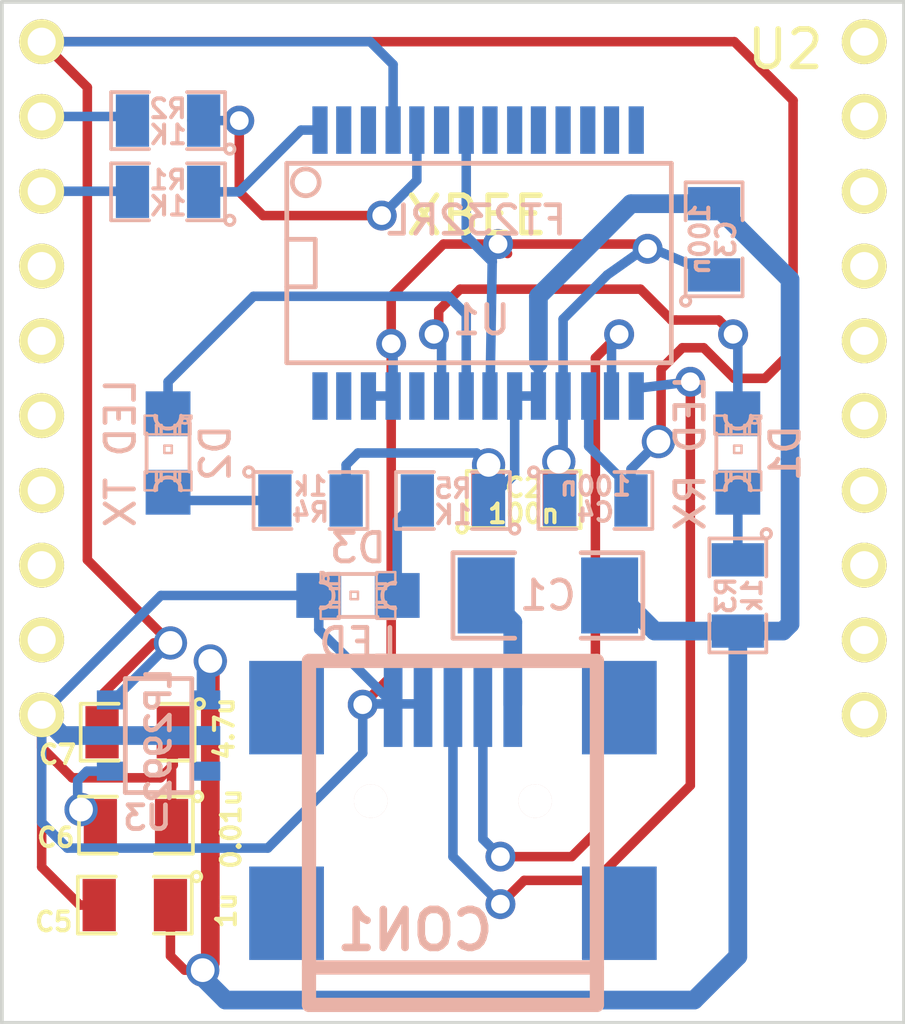
<source format=kicad_pcb>
(kicad_pcb (version 3) (host pcbnew "(25-Oct-2014 BZR 4029)-stable")

  (general
    (links 43)
    (no_connects 1)
    (area 110.439999 45.034999 134.670001 73.310044)
    (thickness 1.6)
    (drawings 4)
    (tracks 196)
    (zones 0)
    (modules 19)
    (nets 17)
  )

  (page A4)
  (layers
    (15 F.Cu signal)
    (0 B.Cu signal)
    (16 B.Adhes user)
    (17 F.Adhes user)
    (18 B.Paste user)
    (19 F.Paste user)
    (20 B.SilkS user)
    (21 F.SilkS user)
    (22 B.Mask user)
    (23 F.Mask user)
    (24 Dwgs.User user)
    (25 Cmts.User user)
    (26 Eco1.User user)
    (27 Eco2.User user)
    (28 Edge.Cuts user)
  )

  (setup
    (last_trace_width 0.254)
    (user_trace_width 0.5)
    (trace_clearance 0.254)
    (zone_clearance 0.508)
    (zone_45_only no)
    (trace_min 0.254)
    (segment_width 0.2)
    (edge_width 0.1)
    (via_size 0.889)
    (via_drill 0.635)
    (via_min_size 0.889)
    (via_min_drill 0.508)
    (user_via 0.8 0.5)
    (uvia_size 0.508)
    (uvia_drill 0.127)
    (uvias_allowed no)
    (uvia_min_size 0.508)
    (uvia_min_drill 0.127)
    (pcb_text_width 0.3)
    (pcb_text_size 1.5 1.5)
    (mod_edge_width 0.15)
    (mod_text_size 1 1)
    (mod_text_width 0.15)
    (pad_size 1.5 1.5)
    (pad_drill 0.6)
    (pad_to_mask_clearance 0)
    (aux_axis_origin 0 0)
    (visible_elements 7FFFFFFF)
    (pcbplotparams
      (layerselection 536838145)
      (usegerberextensions true)
      (excludeedgelayer true)
      (linewidth 0.150000)
      (plotframeref false)
      (viasonmask false)
      (mode 1)
      (useauxorigin false)
      (hpglpennumber 1)
      (hpglpenspeed 20)
      (hpglpendiameter 15)
      (hpglpenoverlay 2)
      (psnegative false)
      (psa4output false)
      (plotreference true)
      (plotvalue true)
      (plotothertext true)
      (plotinvisibletext false)
      (padsonsilk false)
      (subtractmaskfromsilk false)
      (outputformat 1)
      (mirror false)
      (drillshape 0)
      (scaleselection 1)
      (outputdirectory pcb/))
  )

  (net 0 "")
  (net 1 GND)
  (net 2 N-0000013)
  (net 3 N-0000029)
  (net 4 N-0000035)
  (net 5 N-0000037)
  (net 6 N-0000038)
  (net 7 N-0000039)
  (net 8 N-0000040)
  (net 9 N-0000041)
  (net 10 N-0000042)
  (net 11 N-0000043)
  (net 12 N-0000044)
  (net 13 N-0000045)
  (net 14 N-0000046)
  (net 15 N-0000048)
  (net 16 VCC)

  (net_class Default "This is the default net class."
    (clearance 0.254)
    (trace_width 0.254)
    (via_dia 0.889)
    (via_drill 0.635)
    (uvia_dia 0.508)
    (uvia_drill 0.127)
    (add_net "")
    (add_net GND)
    (add_net N-0000013)
    (add_net N-0000029)
    (add_net N-0000035)
    (add_net N-0000037)
    (add_net N-0000038)
    (add_net N-0000039)
    (add_net N-0000040)
    (add_net N-0000041)
    (add_net N-0000042)
    (add_net N-0000043)
    (add_net N-0000044)
    (add_net N-0000045)
    (add_net N-0000046)
    (add_net N-0000048)
    (add_net VCC)
  )

  (module SSOP28 (layer B.Cu) (tedit 3D81AA31) (tstamp 55541025)
    (at 123.19 52.07)
    (descr "SSOP 28 pins")
    (tags "CMS SSOP SMD")
    (path /5554020D)
    (attr smd)
    (fp_text reference U1 (at 0.127 1.524) (layer B.SilkS)
      (effects (font (size 0.762 0.762) (thickness 0.127)) (justify mirror))
    )
    (fp_text value FT232RL (at 0 -1.143) (layer B.SilkS)
      (effects (font (size 0.762 0.762) (thickness 0.127)) (justify mirror))
    )
    (fp_circle (center -4.572 -2.159) (end -4.826 -1.905) (layer B.SilkS) (width 0.127))
    (fp_line (start -5.08 0.635) (end -4.318 0.635) (layer B.SilkS) (width 0.127))
    (fp_line (start -4.318 0.635) (end -4.318 -0.635) (layer B.SilkS) (width 0.127))
    (fp_line (start -4.318 -0.635) (end -5.08 -0.635) (layer B.SilkS) (width 0.127))
    (fp_line (start 5.207 -2.667) (end -5.08 -2.667) (layer B.SilkS) (width 0.127))
    (fp_line (start -5.08 2.667) (end 5.207 2.667) (layer B.SilkS) (width 0.127))
    (fp_line (start -5.08 2.667) (end -5.08 -2.667) (layer B.SilkS) (width 0.127))
    (fp_line (start 5.207 2.667) (end 5.207 -2.667) (layer B.SilkS) (width 0.127))
    (pad 1 smd rect (at -4.191 -3.556) (size 0.4064 1.27)
      (layers B.Cu B.Paste B.Mask)
      (net 15 N-0000048)
    )
    (pad 2 smd rect (at -3.556 -3.556) (size 0.4064 1.27)
      (layers B.Cu B.Paste B.Mask)
    )
    (pad 3 smd rect (at -2.8956 -3.556) (size 0.4064 1.27)
      (layers B.Cu B.Paste B.Mask)
    )
    (pad 4 smd rect (at -2.2352 -3.556) (size 0.4064 1.27)
      (layers B.Cu B.Paste B.Mask)
      (net 14 N-0000046)
    )
    (pad 5 smd rect (at -1.6002 -3.556) (size 0.4064 1.27)
      (layers B.Cu B.Paste B.Mask)
      (net 8 N-0000040)
    )
    (pad 6 smd rect (at -0.9398 -3.556) (size 0.4064 1.27)
      (layers B.Cu B.Paste B.Mask)
    )
    (pad 7 smd rect (at -0.2794 -3.556) (size 0.4064 1.27)
      (layers B.Cu B.Paste B.Mask)
      (net 1 GND)
    )
    (pad 8 smd rect (at 0.3556 -3.556) (size 0.4064 1.27)
      (layers B.Cu B.Paste B.Mask)
    )
    (pad 9 smd rect (at 1.016 -3.556) (size 0.4064 1.27)
      (layers B.Cu B.Paste B.Mask)
    )
    (pad 10 smd rect (at 1.651 -3.556) (size 0.4064 1.27)
      (layers B.Cu B.Paste B.Mask)
    )
    (pad 11 smd rect (at 2.3114 -3.556) (size 0.4064 1.27)
      (layers B.Cu B.Paste B.Mask)
    )
    (pad 12 smd rect (at 2.9718 -3.556) (size 0.4064 1.27)
      (layers B.Cu B.Paste B.Mask)
    )
    (pad 13 smd rect (at 3.6068 -3.556) (size 0.4064 1.27)
      (layers B.Cu B.Paste B.Mask)
    )
    (pad 14 smd rect (at 4.2672 -3.556) (size 0.4064 1.27)
      (layers B.Cu B.Paste B.Mask)
    )
    (pad 15 smd rect (at 4.2672 3.556) (size 0.4064 1.27)
      (layers B.Cu B.Paste B.Mask)
      (net 5 N-0000037)
    )
    (pad 16 smd rect (at 3.6068 3.556) (size 0.4064 1.27)
      (layers B.Cu B.Paste B.Mask)
      (net 7 N-0000039)
    )
    (pad 17 smd rect (at 2.9972 3.556) (size 0.4064 1.27)
      (layers B.Cu B.Paste B.Mask)
      (net 14 N-0000046)
    )
    (pad 18 smd rect (at 2.3114 3.556) (size 0.4064 1.27)
      (layers B.Cu B.Paste B.Mask)
      (net 1 GND)
    )
    (pad 19 smd rect (at 1.651 3.556) (size 0.4064 1.27)
      (layers B.Cu B.Paste B.Mask)
      (net 16 VCC)
    )
    (pad 20 smd rect (at 1.016 3.556) (size 0.4064 1.27)
      (layers B.Cu B.Paste B.Mask)
      (net 16 VCC)
    )
    (pad 21 smd rect (at 0.3556 3.556) (size 0.4064 1.27)
      (layers B.Cu B.Paste B.Mask)
      (net 1 GND)
    )
    (pad 22 smd rect (at -0.2794 3.556) (size 0.4064 1.27)
      (layers B.Cu B.Paste B.Mask)
      (net 9 N-0000041)
    )
    (pad 23 smd rect (at -0.9398 3.556) (size 0.4064 1.27)
      (layers B.Cu B.Paste B.Mask)
      (net 11 N-0000043)
    )
    (pad 24 smd rect (at -1.6002 3.556) (size 0.4064 1.27)
      (layers B.Cu B.Paste B.Mask)
    )
    (pad 25 smd rect (at -2.2352 3.556) (size 0.4064 1.27)
      (layers B.Cu B.Paste B.Mask)
      (net 1 GND)
    )
    (pad 26 smd rect (at -2.8956 3.556) (size 0.4064 1.27)
      (layers B.Cu B.Paste B.Mask)
      (net 1 GND)
    )
    (pad 27 smd rect (at -3.556 3.556) (size 0.4064 1.27)
      (layers B.Cu B.Paste B.Mask)
    )
    (pad 28 smd rect (at -4.191 3.556) (size 0.4064 1.27)
      (layers B.Cu B.Paste B.Mask)
    )
    (model smd/cms_soj28.wrl
      (at (xyz 0 0 0))
      (scale (xyz 0.256 0.5 0.25))
      (rotate (xyz 0 0 0))
    )
  )

  (module USB_MINI_B (layer B.Cu) (tedit 555475C5) (tstamp 55540FFD)
    (at 122.555 67.31 90)
    (descr "USB Mini-B 5-pin SMD connector")
    (tags "USB, Mini-B, connector")
    (path /555402AD)
    (fp_text reference CON1 (at -2.6035 -1.016 180) (layer B.SilkS)
      (effects (font (size 1.016 1.016) (thickness 0.2032)) (justify mirror))
    )
    (fp_text value USB-MINI-B (at 0 7.0993 90) (layer B.SilkS) hide
      (effects (font (size 1.016 1.016) (thickness 0.2032)) (justify mirror))
    )
    (fp_line (start -3.59918 3.85064) (end -3.59918 -3.85064) (layer B.SilkS) (width 0.381))
    (fp_line (start -4.59994 3.85064) (end -4.59994 -3.85064) (layer B.SilkS) (width 0.381))
    (fp_line (start -4.59994 -3.85064) (end 4.59994 -3.85064) (layer B.SilkS) (width 0.381))
    (fp_line (start 4.59994 -3.85064) (end 4.59994 3.85064) (layer B.SilkS) (width 0.381))
    (fp_line (start 4.59994 3.85064) (end -4.59994 3.85064) (layer B.SilkS) (width 0.381))
    (pad 1 smd rect (at 3.44932 1.6002 90) (size 2.30124 0.50038)
      (layers B.Cu B.Paste B.Mask)
      (net 6 N-0000038)
    )
    (pad 2 smd rect (at 3.44932 0.8001 90) (size 2.30124 0.50038)
      (layers B.Cu B.Paste B.Mask)
      (net 7 N-0000039)
    )
    (pad 3 smd rect (at 3.44932 0 90) (size 2.30124 0.50038)
      (layers B.Cu B.Paste B.Mask)
      (net 5 N-0000037)
    )
    (pad 4 smd rect (at 3.44932 -0.8001 90) (size 2.30124 0.50038)
      (layers B.Cu B.Paste B.Mask)
      (net 1 GND)
    )
    (pad 5 smd rect (at 3.44932 -1.6002 90) (size 2.30124 0.50038)
      (layers B.Cu B.Paste B.Mask)
      (net 1 GND)
    )
    (pad 6 smd rect (at 3.35026 4.45008 90) (size 2.49936 1.99898)
      (layers B.Cu B.Paste B.Mask)
    )
    (pad 7 smd rect (at -2.14884 4.45008 90) (size 2.49936 1.99898)
      (layers B.Cu B.Paste B.Mask)
    )
    (pad 8 smd rect (at 3.35026 -4.45008 90) (size 2.49936 1.99898)
      (layers B.Cu B.Paste B.Mask)
    )
    (pad 9 smd rect (at -2.14884 -4.45008 90) (size 2.49936 1.99898)
      (layers B.Cu B.Paste B.Mask)
    )
    (pad "" np_thru_hole circle (at 0.8509 2.19964 90) (size 0.89916 0.89916) (drill 0.89916)
      (layers *.Cu *.Mask B.SilkS)
    )
    (pad 2 np_thru_hole circle (at 0.8509 -2.19964 90) (size 0.89916 0.89916) (drill 0.89916)
      (layers *.Cu *.Mask B.SilkS)
      (net 7 N-0000039)
    )
  )

  (module SM1206 (layer B.Cu) (tedit 42806E24) (tstamp 55541031)
    (at 125.095 60.96)
    (path /5554070F)
    (attr smd)
    (fp_text reference C1 (at 0 0) (layer B.SilkS)
      (effects (font (size 0.762 0.762) (thickness 0.127)) (justify mirror))
    )
    (fp_text value F1 (at 0 0) (layer B.SilkS) hide
      (effects (font (size 0.762 0.762) (thickness 0.127)) (justify mirror))
    )
    (fp_line (start -2.54 1.143) (end -2.54 -1.143) (layer B.SilkS) (width 0.127))
    (fp_line (start -2.54 -1.143) (end -0.889 -1.143) (layer B.SilkS) (width 0.127))
    (fp_line (start 0.889 1.143) (end 2.54 1.143) (layer B.SilkS) (width 0.127))
    (fp_line (start 2.54 1.143) (end 2.54 -1.143) (layer B.SilkS) (width 0.127))
    (fp_line (start 2.54 -1.143) (end 0.889 -1.143) (layer B.SilkS) (width 0.127))
    (fp_line (start -0.889 1.143) (end -2.54 1.143) (layer B.SilkS) (width 0.127))
    (pad 1 smd rect (at -1.651 0) (size 1.524 2.032)
      (layers B.Cu B.Paste B.Mask)
      (net 6 N-0000038)
    )
    (pad 2 smd rect (at 1.651 0) (size 1.524 2.032)
      (layers B.Cu B.Paste B.Mask)
      (net 16 VCC)
    )
    (model smd/chip_cms.wrl
      (at (xyz 0 0 0))
      (scale (xyz 0.17 0.16 0.16))
      (rotate (xyz 0 0 0))
    )
  )

  (module SM0805 (layer F.Cu) (tedit 5091495C) (tstamp 5554103E)
    (at 124.4473 58.3946)
    (path /55540775)
    (attr smd)
    (fp_text reference C2 (at 0 -0.3175) (layer F.SilkS)
      (effects (font (size 0.50038 0.50038) (thickness 0.10922)))
    )
    (fp_text value 100n (at 0 0.381) (layer F.SilkS)
      (effects (font (size 0.50038 0.50038) (thickness 0.10922)))
    )
    (fp_circle (center -1.651 0.762) (end -1.651 0.635) (layer F.SilkS) (width 0.09906))
    (fp_line (start -0.508 0.762) (end -1.524 0.762) (layer F.SilkS) (width 0.09906))
    (fp_line (start -1.524 0.762) (end -1.524 -0.762) (layer F.SilkS) (width 0.09906))
    (fp_line (start -1.524 -0.762) (end -0.508 -0.762) (layer F.SilkS) (width 0.09906))
    (fp_line (start 0.508 -0.762) (end 1.524 -0.762) (layer F.SilkS) (width 0.09906))
    (fp_line (start 1.524 -0.762) (end 1.524 0.762) (layer F.SilkS) (width 0.09906))
    (fp_line (start 1.524 0.762) (end 0.508 0.762) (layer F.SilkS) (width 0.09906))
    (pad 1 smd rect (at -0.9525 0) (size 0.889 1.397)
      (layers F.Cu F.Paste F.Mask)
      (net 16 VCC)
    )
    (pad 2 smd rect (at 0.9525 0) (size 0.889 1.397)
      (layers F.Cu F.Paste F.Mask)
      (net 1 GND)
    )
    (model smd/chip_cms.wrl
      (at (xyz 0 0 0))
      (scale (xyz 0.1 0.1 0.1))
      (rotate (xyz 0 0 0))
    )
  )

  (module SM0805 (layer B.Cu) (tedit 5091495C) (tstamp 5554104B)
    (at 126.365 58.42)
    (path /555407CA)
    (attr smd)
    (fp_text reference C4 (at 0 0.3175) (layer B.SilkS)
      (effects (font (size 0.50038 0.50038) (thickness 0.10922)) (justify mirror))
    )
    (fp_text value 100n (at 0 -0.381) (layer B.SilkS)
      (effects (font (size 0.50038 0.50038) (thickness 0.10922)) (justify mirror))
    )
    (fp_circle (center -1.651 -0.762) (end -1.651 -0.635) (layer B.SilkS) (width 0.09906))
    (fp_line (start -0.508 -0.762) (end -1.524 -0.762) (layer B.SilkS) (width 0.09906))
    (fp_line (start -1.524 -0.762) (end -1.524 0.762) (layer B.SilkS) (width 0.09906))
    (fp_line (start -1.524 0.762) (end -0.508 0.762) (layer B.SilkS) (width 0.09906))
    (fp_line (start 0.508 0.762) (end 1.524 0.762) (layer B.SilkS) (width 0.09906))
    (fp_line (start 1.524 0.762) (end 1.524 -0.762) (layer B.SilkS) (width 0.09906))
    (fp_line (start 1.524 -0.762) (end 0.508 -0.762) (layer B.SilkS) (width 0.09906))
    (pad 1 smd rect (at -0.9525 0) (size 0.889 1.397)
      (layers B.Cu B.Paste B.Mask)
      (net 1 GND)
    )
    (pad 2 smd rect (at 0.9525 0) (size 0.889 1.397)
      (layers B.Cu B.Paste B.Mask)
      (net 14 N-0000046)
    )
    (model smd/chip_cms.wrl
      (at (xyz 0 0 0))
      (scale (xyz 0.1 0.1 0.1))
      (rotate (xyz 0 0 0))
    )
  )

  (module SM0805 (layer B.Cu) (tedit 5091495C) (tstamp 55541058)
    (at 129.54 51.435 90)
    (path /55540861)
    (attr smd)
    (fp_text reference C3 (at 0 0.3175 90) (layer B.SilkS)
      (effects (font (size 0.50038 0.50038) (thickness 0.10922)) (justify mirror))
    )
    (fp_text value 100n (at 0 -0.381 90) (layer B.SilkS)
      (effects (font (size 0.50038 0.50038) (thickness 0.10922)) (justify mirror))
    )
    (fp_circle (center -1.651 -0.762) (end -1.651 -0.635) (layer B.SilkS) (width 0.09906))
    (fp_line (start -0.508 -0.762) (end -1.524 -0.762) (layer B.SilkS) (width 0.09906))
    (fp_line (start -1.524 -0.762) (end -1.524 0.762) (layer B.SilkS) (width 0.09906))
    (fp_line (start -1.524 0.762) (end -0.508 0.762) (layer B.SilkS) (width 0.09906))
    (fp_line (start 0.508 0.762) (end 1.524 0.762) (layer B.SilkS) (width 0.09906))
    (fp_line (start 1.524 0.762) (end 1.524 -0.762) (layer B.SilkS) (width 0.09906))
    (fp_line (start 1.524 -0.762) (end 0.508 -0.762) (layer B.SilkS) (width 0.09906))
    (pad 1 smd rect (at -0.9525 0 90) (size 0.889 1.397)
      (layers B.Cu B.Paste B.Mask)
      (net 1 GND)
    )
    (pad 2 smd rect (at 0.9525 0 90) (size 0.889 1.397)
      (layers B.Cu B.Paste B.Mask)
      (net 16 VCC)
    )
    (model smd/chip_cms.wrl
      (at (xyz 0 0 0))
      (scale (xyz 0.1 0.1 0.1))
      (rotate (xyz 0 0 0))
    )
  )

  (module SM0805 (layer B.Cu) (tedit 5091495C) (tstamp 55541065)
    (at 114.935 50.165 180)
    (path /555408BD)
    (attr smd)
    (fp_text reference R1 (at 0 0.3175 180) (layer B.SilkS)
      (effects (font (size 0.50038 0.50038) (thickness 0.10922)) (justify mirror))
    )
    (fp_text value 1K (at 0 -0.381 180) (layer B.SilkS)
      (effects (font (size 0.50038 0.50038) (thickness 0.10922)) (justify mirror))
    )
    (fp_circle (center -1.651 -0.762) (end -1.651 -0.635) (layer B.SilkS) (width 0.09906))
    (fp_line (start -0.508 -0.762) (end -1.524 -0.762) (layer B.SilkS) (width 0.09906))
    (fp_line (start -1.524 -0.762) (end -1.524 0.762) (layer B.SilkS) (width 0.09906))
    (fp_line (start -1.524 0.762) (end -0.508 0.762) (layer B.SilkS) (width 0.09906))
    (fp_line (start 0.508 0.762) (end 1.524 0.762) (layer B.SilkS) (width 0.09906))
    (fp_line (start 1.524 0.762) (end 1.524 -0.762) (layer B.SilkS) (width 0.09906))
    (fp_line (start 1.524 -0.762) (end 0.508 -0.762) (layer B.SilkS) (width 0.09906))
    (pad 1 smd rect (at -0.9525 0 180) (size 0.889 1.397)
      (layers B.Cu B.Paste B.Mask)
      (net 15 N-0000048)
    )
    (pad 2 smd rect (at 0.9525 0 180) (size 0.889 1.397)
      (layers B.Cu B.Paste B.Mask)
      (net 4 N-0000035)
    )
    (model smd/chip_cms.wrl
      (at (xyz 0 0 0))
      (scale (xyz 0.1 0.1 0.1))
      (rotate (xyz 0 0 0))
    )
  )

  (module SM0805 (layer B.Cu) (tedit 5091495C) (tstamp 55541072)
    (at 114.935 48.26 180)
    (path /555408F7)
    (attr smd)
    (fp_text reference R2 (at 0 0.3175 180) (layer B.SilkS)
      (effects (font (size 0.50038 0.50038) (thickness 0.10922)) (justify mirror))
    )
    (fp_text value 1K (at 0 -0.381 180) (layer B.SilkS)
      (effects (font (size 0.50038 0.50038) (thickness 0.10922)) (justify mirror))
    )
    (fp_circle (center -1.651 -0.762) (end -1.651 -0.635) (layer B.SilkS) (width 0.09906))
    (fp_line (start -0.508 -0.762) (end -1.524 -0.762) (layer B.SilkS) (width 0.09906))
    (fp_line (start -1.524 -0.762) (end -1.524 0.762) (layer B.SilkS) (width 0.09906))
    (fp_line (start -1.524 0.762) (end -0.508 0.762) (layer B.SilkS) (width 0.09906))
    (fp_line (start 0.508 0.762) (end 1.524 0.762) (layer B.SilkS) (width 0.09906))
    (fp_line (start 1.524 0.762) (end 1.524 -0.762) (layer B.SilkS) (width 0.09906))
    (fp_line (start 1.524 -0.762) (end 0.508 -0.762) (layer B.SilkS) (width 0.09906))
    (pad 1 smd rect (at -0.9525 0 180) (size 0.889 1.397)
      (layers B.Cu B.Paste B.Mask)
      (net 8 N-0000040)
    )
    (pad 2 smd rect (at 0.9525 0 180) (size 0.889 1.397)
      (layers B.Cu B.Paste B.Mask)
      (net 3 N-0000029)
    )
    (model smd/chip_cms.wrl
      (at (xyz 0 0 0))
      (scale (xyz 0.1 0.1 0.1))
      (rotate (xyz 0 0 0))
    )
  )

  (module SM0805 (layer B.Cu) (tedit 5091495C) (tstamp 5554107F)
    (at 130.175 60.96 270)
    (path /5554093C)
    (attr smd)
    (fp_text reference R3 (at 0 0.3175 270) (layer B.SilkS)
      (effects (font (size 0.50038 0.50038) (thickness 0.10922)) (justify mirror))
    )
    (fp_text value 1k (at 0 -0.381 270) (layer B.SilkS)
      (effects (font (size 0.50038 0.50038) (thickness 0.10922)) (justify mirror))
    )
    (fp_circle (center -1.651 -0.762) (end -1.651 -0.635) (layer B.SilkS) (width 0.09906))
    (fp_line (start -0.508 -0.762) (end -1.524 -0.762) (layer B.SilkS) (width 0.09906))
    (fp_line (start -1.524 -0.762) (end -1.524 0.762) (layer B.SilkS) (width 0.09906))
    (fp_line (start -1.524 0.762) (end -0.508 0.762) (layer B.SilkS) (width 0.09906))
    (fp_line (start 0.508 0.762) (end 1.524 0.762) (layer B.SilkS) (width 0.09906))
    (fp_line (start 1.524 0.762) (end 1.524 -0.762) (layer B.SilkS) (width 0.09906))
    (fp_line (start 1.524 -0.762) (end 0.508 -0.762) (layer B.SilkS) (width 0.09906))
    (pad 1 smd rect (at -0.9525 0 270) (size 0.889 1.397)
      (layers B.Cu B.Paste B.Mask)
      (net 10 N-0000042)
    )
    (pad 2 smd rect (at 0.9525 0 270) (size 0.889 1.397)
      (layers B.Cu B.Paste B.Mask)
      (net 16 VCC)
    )
    (model smd/chip_cms.wrl
      (at (xyz 0 0 0))
      (scale (xyz 0.1 0.1 0.1))
      (rotate (xyz 0 0 0))
    )
  )

  (module SM0805 (layer B.Cu) (tedit 5091495C) (tstamp 5554108C)
    (at 118.745 58.42)
    (path /5554094B)
    (attr smd)
    (fp_text reference R4 (at 0 0.3175) (layer B.SilkS)
      (effects (font (size 0.50038 0.50038) (thickness 0.10922)) (justify mirror))
    )
    (fp_text value 1k (at 0 -0.381) (layer B.SilkS)
      (effects (font (size 0.50038 0.50038) (thickness 0.10922)) (justify mirror))
    )
    (fp_circle (center -1.651 -0.762) (end -1.651 -0.635) (layer B.SilkS) (width 0.09906))
    (fp_line (start -0.508 -0.762) (end -1.524 -0.762) (layer B.SilkS) (width 0.09906))
    (fp_line (start -1.524 -0.762) (end -1.524 0.762) (layer B.SilkS) (width 0.09906))
    (fp_line (start -1.524 0.762) (end -0.508 0.762) (layer B.SilkS) (width 0.09906))
    (fp_line (start 0.508 0.762) (end 1.524 0.762) (layer B.SilkS) (width 0.09906))
    (fp_line (start 1.524 0.762) (end 1.524 -0.762) (layer B.SilkS) (width 0.09906))
    (fp_line (start 1.524 -0.762) (end 0.508 -0.762) (layer B.SilkS) (width 0.09906))
    (pad 1 smd rect (at -0.9525 0) (size 0.889 1.397)
      (layers B.Cu B.Paste B.Mask)
      (net 12 N-0000044)
    )
    (pad 2 smd rect (at 0.9525 0) (size 0.889 1.397)
      (layers B.Cu B.Paste B.Mask)
      (net 16 VCC)
    )
    (model smd/chip_cms.wrl
      (at (xyz 0 0 0))
      (scale (xyz 0.1 0.1 0.1))
      (rotate (xyz 0 0 0))
    )
  )

  (module SM0805 (layer B.Cu) (tedit 5091495C) (tstamp 55541099)
    (at 122.555 58.42 180)
    (path /55540AED)
    (attr smd)
    (fp_text reference R5 (at 0 0.3175 180) (layer B.SilkS)
      (effects (font (size 0.50038 0.50038) (thickness 0.10922)) (justify mirror))
    )
    (fp_text value 1K (at 0 -0.381 180) (layer B.SilkS)
      (effects (font (size 0.50038 0.50038) (thickness 0.10922)) (justify mirror))
    )
    (fp_circle (center -1.651 -0.762) (end -1.651 -0.635) (layer B.SilkS) (width 0.09906))
    (fp_line (start -0.508 -0.762) (end -1.524 -0.762) (layer B.SilkS) (width 0.09906))
    (fp_line (start -1.524 -0.762) (end -1.524 0.762) (layer B.SilkS) (width 0.09906))
    (fp_line (start -1.524 0.762) (end -0.508 0.762) (layer B.SilkS) (width 0.09906))
    (fp_line (start 0.508 0.762) (end 1.524 0.762) (layer B.SilkS) (width 0.09906))
    (fp_line (start 1.524 0.762) (end 1.524 -0.762) (layer B.SilkS) (width 0.09906))
    (fp_line (start 1.524 -0.762) (end 0.508 -0.762) (layer B.SilkS) (width 0.09906))
    (pad 1 smd rect (at -0.9525 0 180) (size 0.889 1.397)
      (layers B.Cu B.Paste B.Mask)
      (net 16 VCC)
    )
    (pad 2 smd rect (at 0.9525 0 180) (size 0.889 1.397)
      (layers B.Cu B.Paste B.Mask)
      (net 13 N-0000045)
    )
    (model smd/chip_cms.wrl
      (at (xyz 0 0 0))
      (scale (xyz 0.1 0.1 0.1))
      (rotate (xyz 0 0 0))
    )
  )

  (module LED-0805 (layer B.Cu) (tedit 49DC4C0B) (tstamp 555410D4)
    (at 130.175 57.15 90)
    (descr "LED 0805 smd package")
    (tags "LED 0805 SMD")
    (path /555409A1)
    (attr smd)
    (fp_text reference D1 (at 0 1.27 90) (layer B.SilkS)
      (effects (font (size 0.762 0.762) (thickness 0.127)) (justify mirror))
    )
    (fp_text value "LED RX" (at 0 -1.27 90) (layer B.SilkS)
      (effects (font (size 0.762 0.762) (thickness 0.127)) (justify mirror))
    )
    (fp_line (start 0.49784 -0.29972) (end 0.49784 -0.62484) (layer B.SilkS) (width 0.06604))
    (fp_line (start 0.49784 -0.62484) (end 0.99822 -0.62484) (layer B.SilkS) (width 0.06604))
    (fp_line (start 0.99822 -0.29972) (end 0.99822 -0.62484) (layer B.SilkS) (width 0.06604))
    (fp_line (start 0.49784 -0.29972) (end 0.99822 -0.29972) (layer B.SilkS) (width 0.06604))
    (fp_line (start 0.49784 0.32258) (end 0.49784 0.17272) (layer B.SilkS) (width 0.06604))
    (fp_line (start 0.49784 0.17272) (end 0.7493 0.17272) (layer B.SilkS) (width 0.06604))
    (fp_line (start 0.7493 0.32258) (end 0.7493 0.17272) (layer B.SilkS) (width 0.06604))
    (fp_line (start 0.49784 0.32258) (end 0.7493 0.32258) (layer B.SilkS) (width 0.06604))
    (fp_line (start 0.49784 -0.17272) (end 0.49784 -0.32258) (layer B.SilkS) (width 0.06604))
    (fp_line (start 0.49784 -0.32258) (end 0.7493 -0.32258) (layer B.SilkS) (width 0.06604))
    (fp_line (start 0.7493 -0.17272) (end 0.7493 -0.32258) (layer B.SilkS) (width 0.06604))
    (fp_line (start 0.49784 -0.17272) (end 0.7493 -0.17272) (layer B.SilkS) (width 0.06604))
    (fp_line (start 0.49784 0.19812) (end 0.49784 -0.19812) (layer B.SilkS) (width 0.06604))
    (fp_line (start 0.49784 -0.19812) (end 0.6731 -0.19812) (layer B.SilkS) (width 0.06604))
    (fp_line (start 0.6731 0.19812) (end 0.6731 -0.19812) (layer B.SilkS) (width 0.06604))
    (fp_line (start 0.49784 0.19812) (end 0.6731 0.19812) (layer B.SilkS) (width 0.06604))
    (fp_line (start -0.99822 -0.29972) (end -0.99822 -0.62484) (layer B.SilkS) (width 0.06604))
    (fp_line (start -0.99822 -0.62484) (end -0.49784 -0.62484) (layer B.SilkS) (width 0.06604))
    (fp_line (start -0.49784 -0.29972) (end -0.49784 -0.62484) (layer B.SilkS) (width 0.06604))
    (fp_line (start -0.99822 -0.29972) (end -0.49784 -0.29972) (layer B.SilkS) (width 0.06604))
    (fp_line (start -0.99822 0.62484) (end -0.99822 0.29972) (layer B.SilkS) (width 0.06604))
    (fp_line (start -0.99822 0.29972) (end -0.49784 0.29972) (layer B.SilkS) (width 0.06604))
    (fp_line (start -0.49784 0.62484) (end -0.49784 0.29972) (layer B.SilkS) (width 0.06604))
    (fp_line (start -0.99822 0.62484) (end -0.49784 0.62484) (layer B.SilkS) (width 0.06604))
    (fp_line (start -0.7493 -0.17272) (end -0.7493 -0.32258) (layer B.SilkS) (width 0.06604))
    (fp_line (start -0.7493 -0.32258) (end -0.49784 -0.32258) (layer B.SilkS) (width 0.06604))
    (fp_line (start -0.49784 -0.17272) (end -0.49784 -0.32258) (layer B.SilkS) (width 0.06604))
    (fp_line (start -0.7493 -0.17272) (end -0.49784 -0.17272) (layer B.SilkS) (width 0.06604))
    (fp_line (start -0.7493 0.32258) (end -0.7493 0.17272) (layer B.SilkS) (width 0.06604))
    (fp_line (start -0.7493 0.17272) (end -0.49784 0.17272) (layer B.SilkS) (width 0.06604))
    (fp_line (start -0.49784 0.32258) (end -0.49784 0.17272) (layer B.SilkS) (width 0.06604))
    (fp_line (start -0.7493 0.32258) (end -0.49784 0.32258) (layer B.SilkS) (width 0.06604))
    (fp_line (start -0.6731 0.19812) (end -0.6731 -0.19812) (layer B.SilkS) (width 0.06604))
    (fp_line (start -0.6731 -0.19812) (end -0.49784 -0.19812) (layer B.SilkS) (width 0.06604))
    (fp_line (start -0.49784 0.19812) (end -0.49784 -0.19812) (layer B.SilkS) (width 0.06604))
    (fp_line (start -0.6731 0.19812) (end -0.49784 0.19812) (layer B.SilkS) (width 0.06604))
    (fp_line (start 0 0.09906) (end 0 -0.09906) (layer B.SilkS) (width 0.06604))
    (fp_line (start 0 -0.09906) (end 0.19812 -0.09906) (layer B.SilkS) (width 0.06604))
    (fp_line (start 0.19812 0.09906) (end 0.19812 -0.09906) (layer B.SilkS) (width 0.06604))
    (fp_line (start 0 0.09906) (end 0.19812 0.09906) (layer B.SilkS) (width 0.06604))
    (fp_line (start 0.49784 0.59944) (end 0.49784 0.29972) (layer B.SilkS) (width 0.06604))
    (fp_line (start 0.49784 0.29972) (end 0.79756 0.29972) (layer B.SilkS) (width 0.06604))
    (fp_line (start 0.79756 0.59944) (end 0.79756 0.29972) (layer B.SilkS) (width 0.06604))
    (fp_line (start 0.49784 0.59944) (end 0.79756 0.59944) (layer B.SilkS) (width 0.06604))
    (fp_line (start 0.92456 0.62484) (end 0.92456 0.39878) (layer B.SilkS) (width 0.06604))
    (fp_line (start 0.92456 0.39878) (end 0.99822 0.39878) (layer B.SilkS) (width 0.06604))
    (fp_line (start 0.99822 0.62484) (end 0.99822 0.39878) (layer B.SilkS) (width 0.06604))
    (fp_line (start 0.92456 0.62484) (end 0.99822 0.62484) (layer B.SilkS) (width 0.06604))
    (fp_line (start 0.52324 -0.57404) (end -0.52324 -0.57404) (layer B.SilkS) (width 0.1016))
    (fp_line (start -0.49784 0.57404) (end 0.92456 0.57404) (layer B.SilkS) (width 0.1016))
    (fp_circle (center 0.84836 0.44958) (end 0.89916 0.50038) (layer B.SilkS) (width 0.0508))
    (fp_arc (start 0.99822 0) (end 0.99822 -0.34798) (angle -180) (layer B.SilkS) (width 0.1016))
    (fp_arc (start -0.99822 0) (end -0.99822 0.34798) (angle -180) (layer B.SilkS) (width 0.1016))
    (pad 1 smd rect (at -1.04902 0 90) (size 1.19888 1.19888)
      (layers B.Cu B.Paste B.Mask)
      (net 10 N-0000042)
    )
    (pad 2 smd rect (at 1.04902 0 90) (size 1.19888 1.19888)
      (layers B.Cu B.Paste B.Mask)
      (net 11 N-0000043)
    )
  )

  (module LED-0805 (layer B.Cu) (tedit 49DC4C0B) (tstamp 5554110F)
    (at 114.935 57.15 90)
    (descr "LED 0805 smd package")
    (tags "LED 0805 SMD")
    (path /555409B0)
    (attr smd)
    (fp_text reference D2 (at 0 1.27 90) (layer B.SilkS)
      (effects (font (size 0.762 0.762) (thickness 0.127)) (justify mirror))
    )
    (fp_text value "LED TX" (at 0 -1.27 90) (layer B.SilkS)
      (effects (font (size 0.762 0.762) (thickness 0.127)) (justify mirror))
    )
    (fp_line (start 0.49784 -0.29972) (end 0.49784 -0.62484) (layer B.SilkS) (width 0.06604))
    (fp_line (start 0.49784 -0.62484) (end 0.99822 -0.62484) (layer B.SilkS) (width 0.06604))
    (fp_line (start 0.99822 -0.29972) (end 0.99822 -0.62484) (layer B.SilkS) (width 0.06604))
    (fp_line (start 0.49784 -0.29972) (end 0.99822 -0.29972) (layer B.SilkS) (width 0.06604))
    (fp_line (start 0.49784 0.32258) (end 0.49784 0.17272) (layer B.SilkS) (width 0.06604))
    (fp_line (start 0.49784 0.17272) (end 0.7493 0.17272) (layer B.SilkS) (width 0.06604))
    (fp_line (start 0.7493 0.32258) (end 0.7493 0.17272) (layer B.SilkS) (width 0.06604))
    (fp_line (start 0.49784 0.32258) (end 0.7493 0.32258) (layer B.SilkS) (width 0.06604))
    (fp_line (start 0.49784 -0.17272) (end 0.49784 -0.32258) (layer B.SilkS) (width 0.06604))
    (fp_line (start 0.49784 -0.32258) (end 0.7493 -0.32258) (layer B.SilkS) (width 0.06604))
    (fp_line (start 0.7493 -0.17272) (end 0.7493 -0.32258) (layer B.SilkS) (width 0.06604))
    (fp_line (start 0.49784 -0.17272) (end 0.7493 -0.17272) (layer B.SilkS) (width 0.06604))
    (fp_line (start 0.49784 0.19812) (end 0.49784 -0.19812) (layer B.SilkS) (width 0.06604))
    (fp_line (start 0.49784 -0.19812) (end 0.6731 -0.19812) (layer B.SilkS) (width 0.06604))
    (fp_line (start 0.6731 0.19812) (end 0.6731 -0.19812) (layer B.SilkS) (width 0.06604))
    (fp_line (start 0.49784 0.19812) (end 0.6731 0.19812) (layer B.SilkS) (width 0.06604))
    (fp_line (start -0.99822 -0.29972) (end -0.99822 -0.62484) (layer B.SilkS) (width 0.06604))
    (fp_line (start -0.99822 -0.62484) (end -0.49784 -0.62484) (layer B.SilkS) (width 0.06604))
    (fp_line (start -0.49784 -0.29972) (end -0.49784 -0.62484) (layer B.SilkS) (width 0.06604))
    (fp_line (start -0.99822 -0.29972) (end -0.49784 -0.29972) (layer B.SilkS) (width 0.06604))
    (fp_line (start -0.99822 0.62484) (end -0.99822 0.29972) (layer B.SilkS) (width 0.06604))
    (fp_line (start -0.99822 0.29972) (end -0.49784 0.29972) (layer B.SilkS) (width 0.06604))
    (fp_line (start -0.49784 0.62484) (end -0.49784 0.29972) (layer B.SilkS) (width 0.06604))
    (fp_line (start -0.99822 0.62484) (end -0.49784 0.62484) (layer B.SilkS) (width 0.06604))
    (fp_line (start -0.7493 -0.17272) (end -0.7493 -0.32258) (layer B.SilkS) (width 0.06604))
    (fp_line (start -0.7493 -0.32258) (end -0.49784 -0.32258) (layer B.SilkS) (width 0.06604))
    (fp_line (start -0.49784 -0.17272) (end -0.49784 -0.32258) (layer B.SilkS) (width 0.06604))
    (fp_line (start -0.7493 -0.17272) (end -0.49784 -0.17272) (layer B.SilkS) (width 0.06604))
    (fp_line (start -0.7493 0.32258) (end -0.7493 0.17272) (layer B.SilkS) (width 0.06604))
    (fp_line (start -0.7493 0.17272) (end -0.49784 0.17272) (layer B.SilkS) (width 0.06604))
    (fp_line (start -0.49784 0.32258) (end -0.49784 0.17272) (layer B.SilkS) (width 0.06604))
    (fp_line (start -0.7493 0.32258) (end -0.49784 0.32258) (layer B.SilkS) (width 0.06604))
    (fp_line (start -0.6731 0.19812) (end -0.6731 -0.19812) (layer B.SilkS) (width 0.06604))
    (fp_line (start -0.6731 -0.19812) (end -0.49784 -0.19812) (layer B.SilkS) (width 0.06604))
    (fp_line (start -0.49784 0.19812) (end -0.49784 -0.19812) (layer B.SilkS) (width 0.06604))
    (fp_line (start -0.6731 0.19812) (end -0.49784 0.19812) (layer B.SilkS) (width 0.06604))
    (fp_line (start 0 0.09906) (end 0 -0.09906) (layer B.SilkS) (width 0.06604))
    (fp_line (start 0 -0.09906) (end 0.19812 -0.09906) (layer B.SilkS) (width 0.06604))
    (fp_line (start 0.19812 0.09906) (end 0.19812 -0.09906) (layer B.SilkS) (width 0.06604))
    (fp_line (start 0 0.09906) (end 0.19812 0.09906) (layer B.SilkS) (width 0.06604))
    (fp_line (start 0.49784 0.59944) (end 0.49784 0.29972) (layer B.SilkS) (width 0.06604))
    (fp_line (start 0.49784 0.29972) (end 0.79756 0.29972) (layer B.SilkS) (width 0.06604))
    (fp_line (start 0.79756 0.59944) (end 0.79756 0.29972) (layer B.SilkS) (width 0.06604))
    (fp_line (start 0.49784 0.59944) (end 0.79756 0.59944) (layer B.SilkS) (width 0.06604))
    (fp_line (start 0.92456 0.62484) (end 0.92456 0.39878) (layer B.SilkS) (width 0.06604))
    (fp_line (start 0.92456 0.39878) (end 0.99822 0.39878) (layer B.SilkS) (width 0.06604))
    (fp_line (start 0.99822 0.62484) (end 0.99822 0.39878) (layer B.SilkS) (width 0.06604))
    (fp_line (start 0.92456 0.62484) (end 0.99822 0.62484) (layer B.SilkS) (width 0.06604))
    (fp_line (start 0.52324 -0.57404) (end -0.52324 -0.57404) (layer B.SilkS) (width 0.1016))
    (fp_line (start -0.49784 0.57404) (end 0.92456 0.57404) (layer B.SilkS) (width 0.1016))
    (fp_circle (center 0.84836 0.44958) (end 0.89916 0.50038) (layer B.SilkS) (width 0.0508))
    (fp_arc (start 0.99822 0) (end 0.99822 -0.34798) (angle -180) (layer B.SilkS) (width 0.1016))
    (fp_arc (start -0.99822 0) (end -0.99822 0.34798) (angle -180) (layer B.SilkS) (width 0.1016))
    (pad 1 smd rect (at -1.04902 0 90) (size 1.19888 1.19888)
      (layers B.Cu B.Paste B.Mask)
      (net 12 N-0000044)
    )
    (pad 2 smd rect (at 1.04902 0 90) (size 1.19888 1.19888)
      (layers B.Cu B.Paste B.Mask)
      (net 9 N-0000041)
    )
  )

  (module LED-0805 (layer B.Cu) (tedit 49DC4C0B) (tstamp 5554114A)
    (at 120.015 60.96 180)
    (descr "LED 0805 smd package")
    (tags "LED 0805 SMD")
    (path /55540AFC)
    (attr smd)
    (fp_text reference D3 (at 0 1.27 180) (layer B.SilkS)
      (effects (font (size 0.762 0.762) (thickness 0.127)) (justify mirror))
    )
    (fp_text value LED (at 0 -1.27 180) (layer B.SilkS)
      (effects (font (size 0.762 0.762) (thickness 0.127)) (justify mirror))
    )
    (fp_line (start 0.49784 -0.29972) (end 0.49784 -0.62484) (layer B.SilkS) (width 0.06604))
    (fp_line (start 0.49784 -0.62484) (end 0.99822 -0.62484) (layer B.SilkS) (width 0.06604))
    (fp_line (start 0.99822 -0.29972) (end 0.99822 -0.62484) (layer B.SilkS) (width 0.06604))
    (fp_line (start 0.49784 -0.29972) (end 0.99822 -0.29972) (layer B.SilkS) (width 0.06604))
    (fp_line (start 0.49784 0.32258) (end 0.49784 0.17272) (layer B.SilkS) (width 0.06604))
    (fp_line (start 0.49784 0.17272) (end 0.7493 0.17272) (layer B.SilkS) (width 0.06604))
    (fp_line (start 0.7493 0.32258) (end 0.7493 0.17272) (layer B.SilkS) (width 0.06604))
    (fp_line (start 0.49784 0.32258) (end 0.7493 0.32258) (layer B.SilkS) (width 0.06604))
    (fp_line (start 0.49784 -0.17272) (end 0.49784 -0.32258) (layer B.SilkS) (width 0.06604))
    (fp_line (start 0.49784 -0.32258) (end 0.7493 -0.32258) (layer B.SilkS) (width 0.06604))
    (fp_line (start 0.7493 -0.17272) (end 0.7493 -0.32258) (layer B.SilkS) (width 0.06604))
    (fp_line (start 0.49784 -0.17272) (end 0.7493 -0.17272) (layer B.SilkS) (width 0.06604))
    (fp_line (start 0.49784 0.19812) (end 0.49784 -0.19812) (layer B.SilkS) (width 0.06604))
    (fp_line (start 0.49784 -0.19812) (end 0.6731 -0.19812) (layer B.SilkS) (width 0.06604))
    (fp_line (start 0.6731 0.19812) (end 0.6731 -0.19812) (layer B.SilkS) (width 0.06604))
    (fp_line (start 0.49784 0.19812) (end 0.6731 0.19812) (layer B.SilkS) (width 0.06604))
    (fp_line (start -0.99822 -0.29972) (end -0.99822 -0.62484) (layer B.SilkS) (width 0.06604))
    (fp_line (start -0.99822 -0.62484) (end -0.49784 -0.62484) (layer B.SilkS) (width 0.06604))
    (fp_line (start -0.49784 -0.29972) (end -0.49784 -0.62484) (layer B.SilkS) (width 0.06604))
    (fp_line (start -0.99822 -0.29972) (end -0.49784 -0.29972) (layer B.SilkS) (width 0.06604))
    (fp_line (start -0.99822 0.62484) (end -0.99822 0.29972) (layer B.SilkS) (width 0.06604))
    (fp_line (start -0.99822 0.29972) (end -0.49784 0.29972) (layer B.SilkS) (width 0.06604))
    (fp_line (start -0.49784 0.62484) (end -0.49784 0.29972) (layer B.SilkS) (width 0.06604))
    (fp_line (start -0.99822 0.62484) (end -0.49784 0.62484) (layer B.SilkS) (width 0.06604))
    (fp_line (start -0.7493 -0.17272) (end -0.7493 -0.32258) (layer B.SilkS) (width 0.06604))
    (fp_line (start -0.7493 -0.32258) (end -0.49784 -0.32258) (layer B.SilkS) (width 0.06604))
    (fp_line (start -0.49784 -0.17272) (end -0.49784 -0.32258) (layer B.SilkS) (width 0.06604))
    (fp_line (start -0.7493 -0.17272) (end -0.49784 -0.17272) (layer B.SilkS) (width 0.06604))
    (fp_line (start -0.7493 0.32258) (end -0.7493 0.17272) (layer B.SilkS) (width 0.06604))
    (fp_line (start -0.7493 0.17272) (end -0.49784 0.17272) (layer B.SilkS) (width 0.06604))
    (fp_line (start -0.49784 0.32258) (end -0.49784 0.17272) (layer B.SilkS) (width 0.06604))
    (fp_line (start -0.7493 0.32258) (end -0.49784 0.32258) (layer B.SilkS) (width 0.06604))
    (fp_line (start -0.6731 0.19812) (end -0.6731 -0.19812) (layer B.SilkS) (width 0.06604))
    (fp_line (start -0.6731 -0.19812) (end -0.49784 -0.19812) (layer B.SilkS) (width 0.06604))
    (fp_line (start -0.49784 0.19812) (end -0.49784 -0.19812) (layer B.SilkS) (width 0.06604))
    (fp_line (start -0.6731 0.19812) (end -0.49784 0.19812) (layer B.SilkS) (width 0.06604))
    (fp_line (start 0 0.09906) (end 0 -0.09906) (layer B.SilkS) (width 0.06604))
    (fp_line (start 0 -0.09906) (end 0.19812 -0.09906) (layer B.SilkS) (width 0.06604))
    (fp_line (start 0.19812 0.09906) (end 0.19812 -0.09906) (layer B.SilkS) (width 0.06604))
    (fp_line (start 0 0.09906) (end 0.19812 0.09906) (layer B.SilkS) (width 0.06604))
    (fp_line (start 0.49784 0.59944) (end 0.49784 0.29972) (layer B.SilkS) (width 0.06604))
    (fp_line (start 0.49784 0.29972) (end 0.79756 0.29972) (layer B.SilkS) (width 0.06604))
    (fp_line (start 0.79756 0.59944) (end 0.79756 0.29972) (layer B.SilkS) (width 0.06604))
    (fp_line (start 0.49784 0.59944) (end 0.79756 0.59944) (layer B.SilkS) (width 0.06604))
    (fp_line (start 0.92456 0.62484) (end 0.92456 0.39878) (layer B.SilkS) (width 0.06604))
    (fp_line (start 0.92456 0.39878) (end 0.99822 0.39878) (layer B.SilkS) (width 0.06604))
    (fp_line (start 0.99822 0.62484) (end 0.99822 0.39878) (layer B.SilkS) (width 0.06604))
    (fp_line (start 0.92456 0.62484) (end 0.99822 0.62484) (layer B.SilkS) (width 0.06604))
    (fp_line (start 0.52324 -0.57404) (end -0.52324 -0.57404) (layer B.SilkS) (width 0.1016))
    (fp_line (start -0.49784 0.57404) (end 0.92456 0.57404) (layer B.SilkS) (width 0.1016))
    (fp_circle (center 0.84836 0.44958) (end 0.89916 0.50038) (layer B.SilkS) (width 0.0508))
    (fp_arc (start 0.99822 0) (end 0.99822 -0.34798) (angle -180) (layer B.SilkS) (width 0.1016))
    (fp_arc (start -0.99822 0) (end -0.99822 0.34798) (angle -180) (layer B.SilkS) (width 0.1016))
    (pad 1 smd rect (at -1.04902 0 180) (size 1.19888 1.19888)
      (layers B.Cu B.Paste B.Mask)
      (net 13 N-0000045)
    )
    (pad 2 smd rect (at 1.04902 0 180) (size 1.19888 1.19888)
      (layers B.Cu B.Paste B.Mask)
      (net 1 GND)
    )
  )

  (module xbee (layer F.Cu) (tedit 5554377C) (tstamp 55542FB1)
    (at 122.555 57.15)
    (path /55545DB0)
    (fp_text reference U2 (at 8.89 -10.795) (layer F.SilkS)
      (effects (font (size 1 1) (thickness 0.15)))
    )
    (fp_text value XBEE (at 0.635 -6.35) (layer F.SilkS)
      (effects (font (size 1 1) (thickness 0.15)))
    )
    (pad 1 thru_hole circle (at -11 -11) (size 1.2 1.2) (drill 0.75)
      (layers *.Cu *.Mask F.SilkS)
      (net 14 N-0000046)
    )
    (pad 2 thru_hole circle (at -11 -9) (size 1.2 1.2) (drill 0.75)
      (layers *.Cu *.Mask F.SilkS)
      (net 3 N-0000029)
    )
    (pad 3 thru_hole circle (at -11 -7) (size 1.2 1.2) (drill 0.75)
      (layers *.Cu *.Mask F.SilkS)
      (net 4 N-0000035)
    )
    (pad 4 thru_hole circle (at -11 -5) (size 1.2 1.2) (drill 0.75)
      (layers *.Cu *.Mask F.SilkS)
    )
    (pad 5 thru_hole circle (at -11 -3) (size 1.2 1.2) (drill 0.75)
      (layers *.Cu *.Mask F.SilkS)
    )
    (pad 6 thru_hole circle (at -11 -1) (size 1.2 1.2) (drill 0.75)
      (layers *.Cu *.Mask F.SilkS)
    )
    (pad 7 thru_hole circle (at -11 1) (size 1.2 1.2) (drill 0.75)
      (layers *.Cu *.Mask F.SilkS)
    )
    (pad 8 thru_hole circle (at -11 3) (size 1.2 1.2) (drill 0.75)
      (layers *.Cu *.Mask F.SilkS)
    )
    (pad 9 thru_hole circle (at -11 5) (size 1.2 1.2) (drill 0.75)
      (layers *.Cu *.Mask F.SilkS)
    )
    (pad 10 thru_hole circle (at -11 7) (size 1.2 1.2) (drill 0.75)
      (layers *.Cu *.Mask F.SilkS)
      (net 1 GND)
    )
    (pad 12 thru_hole circle (at 11 5) (size 1.2 1.2) (drill 0.75)
      (layers *.Cu *.Mask F.SilkS)
    )
    (pad 11 thru_hole circle (at 11 7) (size 1.2 1.2) (drill 0.75)
      (layers *.Cu *.Mask F.SilkS)
    )
    (pad 13 thru_hole circle (at 11 3) (size 1.2 1.2) (drill 0.75)
      (layers *.Cu *.Mask F.SilkS)
    )
    (pad 14 thru_hole circle (at 11 1) (size 1.2 1.2) (drill 0.75)
      (layers *.Cu *.Mask F.SilkS)
    )
    (pad 15 thru_hole circle (at 11 -1) (size 1.2 1.2) (drill 0.75)
      (layers *.Cu *.Mask F.SilkS)
    )
    (pad 16 thru_hole circle (at 11 -3) (size 1.2 1.2) (drill 0.75)
      (layers *.Cu *.Mask F.SilkS)
    )
    (pad 17 thru_hole circle (at 11 -5) (size 1.2 1.2) (drill 0.75)
      (layers *.Cu *.Mask F.SilkS)
    )
    (pad 18 thru_hole circle (at 11 -7) (size 1.2 1.2) (drill 0.75)
      (layers *.Cu *.Mask F.SilkS)
    )
    (pad 19 thru_hole circle (at 11 -9) (size 1.2 1.2) (drill 0.75)
      (layers *.Cu *.Mask F.SilkS)
    )
    (pad 20 thru_hole circle (at 11 -11) (size 1.2 1.2) (drill 0.75)
      (layers *.Cu *.Mask F.SilkS)
    )
  )

  (module SOT23-5 (layer B.Cu) (tedit 4ECF78EF) (tstamp 55546437)
    (at 114.681 64.7065 270)
    (path /55545DC9)
    (attr smd)
    (fp_text reference U3 (at 2.19964 0.29972 540) (layer B.SilkS)
      (effects (font (size 0.635 0.635) (thickness 0.127)) (justify mirror))
    )
    (fp_text value LP2992 (at 0 0 270) (layer B.SilkS)
      (effects (font (size 0.635 0.635) (thickness 0.127)) (justify mirror))
    )
    (fp_line (start 1.524 0.889) (end 1.524 -0.889) (layer B.SilkS) (width 0.127))
    (fp_line (start 1.524 -0.889) (end -1.524 -0.889) (layer B.SilkS) (width 0.127))
    (fp_line (start -1.524 -0.889) (end -1.524 0.889) (layer B.SilkS) (width 0.127))
    (fp_line (start -1.524 0.889) (end 1.524 0.889) (layer B.SilkS) (width 0.127))
    (pad 1 smd rect (at -0.9525 -1.27 270) (size 0.508 0.762)
      (layers B.Cu B.Paste B.Mask)
      (net 16 VCC)
    )
    (pad 3 smd rect (at 0.9525 -1.27 270) (size 0.508 0.762)
      (layers B.Cu B.Paste B.Mask)
    )
    (pad 5 smd rect (at -0.9525 1.27 270) (size 0.508 0.762)
      (layers B.Cu B.Paste B.Mask)
      (net 14 N-0000046)
    )
    (pad 2 smd rect (at 0 -1.27 270) (size 0.508 0.762)
      (layers B.Cu B.Paste B.Mask)
      (net 1 GND)
    )
    (pad 4 smd rect (at 0.9525 1.27 270) (size 0.508 0.762)
      (layers B.Cu B.Paste B.Mask)
      (net 2 N-0000013)
    )
    (model smd/SOT23_5.wrl
      (at (xyz 0 0 0))
      (scale (xyz 0.1 0.1 0.1))
      (rotate (xyz 0 0 0))
    )
  )

  (module SM0805 (layer F.Cu) (tedit 55547F43) (tstamp 55546444)
    (at 114.07648 67.10172 180)
    (path /555461D6)
    (attr smd)
    (fp_text reference C6 (at 2.14376 -0.33528 180) (layer F.SilkS)
      (effects (font (size 0.50038 0.50038) (thickness 0.10922)))
    )
    (fp_text value 0.01u (at -2.54508 -0.09652 270) (layer F.SilkS)
      (effects (font (size 0.50038 0.50038) (thickness 0.10922)))
    )
    (fp_circle (center -1.651 0.762) (end -1.651 0.635) (layer F.SilkS) (width 0.09906))
    (fp_line (start -0.508 0.762) (end -1.524 0.762) (layer F.SilkS) (width 0.09906))
    (fp_line (start -1.524 0.762) (end -1.524 -0.762) (layer F.SilkS) (width 0.09906))
    (fp_line (start -1.524 -0.762) (end -0.508 -0.762) (layer F.SilkS) (width 0.09906))
    (fp_line (start 0.508 -0.762) (end 1.524 -0.762) (layer F.SilkS) (width 0.09906))
    (fp_line (start 1.524 -0.762) (end 1.524 0.762) (layer F.SilkS) (width 0.09906))
    (fp_line (start 1.524 0.762) (end 0.508 0.762) (layer F.SilkS) (width 0.09906))
    (pad 1 smd rect (at -0.9525 0 180) (size 0.889 1.397)
      (layers F.Cu F.Paste F.Mask)
      (net 1 GND)
    )
    (pad 2 smd rect (at 0.9525 0 180) (size 0.889 1.397)
      (layers F.Cu F.Paste F.Mask)
      (net 2 N-0000013)
    )
    (model smd/chip_cms.wrl
      (at (xyz 0 0 0))
      (scale (xyz 0.1 0.1 0.1))
      (rotate (xyz 0 0 0))
    )
  )

  (module SM0805 (layer F.Cu) (tedit 55547F7A) (tstamp 55546451)
    (at 114.1222 64.6176 180)
    (path /5554631E)
    (attr smd)
    (fp_text reference C7 (at 2.14376 -0.59944 180) (layer F.SilkS)
      (effects (font (size 0.50038 0.50038) (thickness 0.10922)))
    )
    (fp_text value 4.7u (at -2.31648 0.09652 270) (layer F.SilkS)
      (effects (font (size 0.50038 0.50038) (thickness 0.10922)))
    )
    (fp_circle (center -1.651 0.762) (end -1.651 0.635) (layer F.SilkS) (width 0.09906))
    (fp_line (start -0.508 0.762) (end -1.524 0.762) (layer F.SilkS) (width 0.09906))
    (fp_line (start -1.524 0.762) (end -1.524 -0.762) (layer F.SilkS) (width 0.09906))
    (fp_line (start -1.524 -0.762) (end -0.508 -0.762) (layer F.SilkS) (width 0.09906))
    (fp_line (start 0.508 -0.762) (end 1.524 -0.762) (layer F.SilkS) (width 0.09906))
    (fp_line (start 1.524 -0.762) (end 1.524 0.762) (layer F.SilkS) (width 0.09906))
    (fp_line (start 1.524 0.762) (end 0.508 0.762) (layer F.SilkS) (width 0.09906))
    (pad 1 smd rect (at -0.9525 0 180) (size 0.889 1.397)
      (layers F.Cu F.Paste F.Mask)
      (net 1 GND)
    )
    (pad 2 smd rect (at 0.9525 0 180) (size 0.889 1.397)
      (layers F.Cu F.Paste F.Mask)
      (net 14 N-0000046)
    )
    (model smd/chip_cms.wrl
      (at (xyz 0 0 0))
      (scale (xyz 0.1 0.1 0.1))
      (rotate (xyz 0 0 0))
    )
  )

  (module SM0805 (layer F.Cu) (tedit 55547F51) (tstamp 5554645E)
    (at 114.046 69.2404 180)
    (path /5554632D)
    (attr smd)
    (fp_text reference C5 (at 2.16916 -0.44704 180) (layer F.SilkS)
      (effects (font (size 0.50038 0.50038) (thickness 0.10922)))
    )
    (fp_text value 1u (at -2.44856 -0.14224 270) (layer F.SilkS)
      (effects (font (size 0.50038 0.50038) (thickness 0.10922)))
    )
    (fp_circle (center -1.651 0.762) (end -1.651 0.635) (layer F.SilkS) (width 0.09906))
    (fp_line (start -0.508 0.762) (end -1.524 0.762) (layer F.SilkS) (width 0.09906))
    (fp_line (start -1.524 0.762) (end -1.524 -0.762) (layer F.SilkS) (width 0.09906))
    (fp_line (start -1.524 -0.762) (end -0.508 -0.762) (layer F.SilkS) (width 0.09906))
    (fp_line (start 0.508 -0.762) (end 1.524 -0.762) (layer F.SilkS) (width 0.09906))
    (fp_line (start 1.524 -0.762) (end 1.524 0.762) (layer F.SilkS) (width 0.09906))
    (fp_line (start 1.524 0.762) (end 0.508 0.762) (layer F.SilkS) (width 0.09906))
    (pad 1 smd rect (at -0.9525 0 180) (size 0.889 1.397)
      (layers F.Cu F.Paste F.Mask)
      (net 16 VCC)
    )
    (pad 2 smd rect (at 0.9525 0 180) (size 0.889 1.397)
      (layers F.Cu F.Paste F.Mask)
      (net 1 GND)
    )
    (model smd/chip_cms.wrl
      (at (xyz 0 0 0))
      (scale (xyz 0.1 0.1 0.1))
      (rotate (xyz 0 0 0))
    )
  )

  (gr_line (start 134.62 45.085) (end 110.49 45.085) (angle 90) (layer Edge.Cuts) (width 0.1))
  (gr_line (start 134.62 72.39) (end 134.62 45.085) (angle 90) (layer Edge.Cuts) (width 0.1))
  (gr_line (start 110.49 72.39) (end 134.62 72.39) (angle 90) (layer Edge.Cuts) (width 0.1))
  (gr_line (start 110.49 45.085) (end 110.49 72.39) (angle 90) (layer Edge.Cuts) (width 0.1))

  (segment (start 118.96598 60.96) (end 118.96598 61.87186) (width 0.254) (layer B.Cu) (net 1) (status 400000))
  (segment (start 118.96598 61.87186) (end 120.9548 63.86068) (width 0.254) (layer B.Cu) (net 1) (tstamp 5554828C) (status 800000))
  (segment (start 115.02898 67.10172) (end 115.02898 64.66332) (width 0.254) (layer F.Cu) (net 1))
  (segment (start 115.02898 64.66332) (end 115.0747 64.6176) (width 0.254) (layer F.Cu) (net 1) (tstamp 55547E57))
  (segment (start 113.0935 69.2404) (end 112.5728 69.2404) (width 0.254) (layer F.Cu) (net 1))
  (segment (start 111.555 68.2226) (end 111.555 64.15) (width 0.254) (layer F.Cu) (net 1) (tstamp 55547E37))
  (segment (start 112.5728 69.2404) (end 111.555 68.2226) (width 0.254) (layer F.Cu) (net 1) (tstamp 55547E35))
  (segment (start 115.0747 64.6176) (end 115.0747 65.4939) (width 0.254) (layer F.Cu) (net 1))
  (segment (start 111.555 65.0222) (end 111.555 64.15) (width 0.254) (layer F.Cu) (net 1) (tstamp 55547DF0))
  (segment (start 112.3696 65.8368) (end 111.555 65.0222) (width 0.254) (layer F.Cu) (net 1) (tstamp 55547DED))
  (segment (start 114.7318 65.8368) (end 112.3696 65.8368) (width 0.254) (layer F.Cu) (net 1) (tstamp 55547DE8))
  (segment (start 115.0747 65.4939) (end 114.7318 65.8368) (width 0.254) (layer F.Cu) (net 1) (tstamp 55547DE4))
  (segment (start 125.3998 58.3946) (end 125.3998 57.3913) (width 0.254) (layer F.Cu) (net 1))
  (segment (start 125.5014 57.2643) (end 125.5014 55.626) (width 0.254) (layer B.Cu) (net 1) (tstamp 555479CE))
  (segment (start 125.3871 57.3786) (end 125.5014 57.2643) (width 0.254) (layer B.Cu) (net 1) (tstamp 555479CD))
  (via (at 125.3871 57.3786) (size 0.889) (layers F.Cu B.Cu) (net 1))
  (segment (start 125.3998 57.3913) (end 125.3871 57.3786) (width 0.254) (layer F.Cu) (net 1) (tstamp 555479C4))
  (segment (start 120.142 63.881) (end 120.142 65.1764) (width 0.254) (layer B.Cu) (net 1))
  (segment (start 111.555 67.0288) (end 111.555 64.15) (width 0.254) (layer B.Cu) (net 1) (tstamp 5554785E))
  (segment (start 112.2426 67.7164) (end 111.555 67.0288) (width 0.254) (layer B.Cu) (net 1) (tstamp 5554785D))
  (segment (start 117.602 67.7164) (end 112.2426 67.7164) (width 0.254) (layer B.Cu) (net 1) (tstamp 55547857))
  (segment (start 120.142 65.1764) (end 117.602 67.7164) (width 0.254) (layer B.Cu) (net 1) (tstamp 55547851))
  (segment (start 115.951 64.7065) (end 112.1115 64.7065) (width 0.5) (layer B.Cu) (net 1))
  (segment (start 112.1115 64.7065) (end 111.555 64.15) (width 0.5) (layer B.Cu) (net 1) (tstamp 55547835))
  (segment (start 118.96598 60.96) (end 114.745 60.96) (width 0.254) (layer B.Cu) (net 1))
  (segment (start 114.745 60.96) (end 111.555 64.15) (width 0.254) (layer B.Cu) (net 1) (tstamp 5554367B))
  (segment (start 123.7615 51.562) (end 127.635 51.562) (width 0.254) (layer F.Cu) (net 1))
  (via (at 127.762 51.689) (size 0.8) (drill 0.5) (layers F.Cu B.Cu) (net 1))
  (via (at 123.7615 51.562) (size 0.8) (drill 0.5) (layers F.Cu B.Cu) (net 1))
  (segment (start 127.635 51.562) (end 127.762 51.689) (width 0.254) (layer F.Cu) (net 1) (tstamp 555445FE))
  (segment (start 120.904 54.229) (end 120.904 52.959) (width 0.254) (layer F.Cu) (net 1))
  (segment (start 123.7615 51.562) (end 124.0155 51.816) (width 0.254) (layer F.Cu) (net 1) (tstamp 555442E1))
  (segment (start 122.301 51.562) (end 123.7615 51.562) (width 0.254) (layer F.Cu) (net 1) (tstamp 55544546))
  (segment (start 120.904 52.959) (end 122.301 51.562) (width 0.254) (layer F.Cu) (net 1) (tstamp 55544543))
  (segment (start 122.9106 51.3715) (end 122.936 51.3715) (width 0.254) (layer B.Cu) (net 1))
  (segment (start 123.604963 52.040463) (end 123.604963 52.040475) (width 0.254) (layer B.Cu) (net 1) (tstamp 5554452A))
  (segment (start 122.936 51.3715) (end 123.604963 52.040463) (width 0.254) (layer B.Cu) (net 1) (tstamp 55544526))
  (segment (start 120.904 54.229) (end 120.904 63.119) (width 0.254) (layer F.Cu) (net 1))
  (segment (start 120.16232 63.86068) (end 120.9548 63.86068) (width 0.254) (layer B.Cu) (net 1) (tstamp 55544381))
  (segment (start 120.142 63.881) (end 120.16232 63.86068) (width 0.254) (layer B.Cu) (net 1) (tstamp 55544380))
  (via (at 120.142 63.881) (size 0.8) (drill 0.5) (layers F.Cu B.Cu) (net 1))
  (segment (start 120.904 63.119) (end 120.142 63.881) (width 0.254) (layer F.Cu) (net 1) (tstamp 55544377))
  (segment (start 120.9548 55.626) (end 120.9548 54.2798) (width 0.254) (layer B.Cu) (net 1))
  (via (at 120.904 54.229) (size 0.8) (drill 0.5) (layers F.Cu B.Cu) (net 1))
  (segment (start 120.9548 54.2798) (end 120.904 54.229) (width 0.254) (layer B.Cu) (net 1) (tstamp 5554431D))
  (segment (start 122.9106 48.514) (end 122.9106 51.3715) (width 0.254) (layer B.Cu) (net 1))
  (segment (start 122.9106 51.3715) (end 122.9106 51.4096) (width 0.254) (layer B.Cu) (net 1) (tstamp 55544524))
  (segment (start 127.762 51.689) (end 127.762 51.6255) (width 0.254) (layer B.Cu) (net 1) (tstamp 555442E7))
  (segment (start 127.762 51.6255) (end 127.762 51.689) (width 0.254) (layer B.Cu) (net 1) (tstamp 555442E8))
  (segment (start 127.762 51.689) (end 127.762 51.6255) (width 0.254) (layer B.Cu) (net 1) (tstamp 555442EA))
  (segment (start 120.2944 55.626) (end 120.9548 55.626) (width 0.254) (layer B.Cu) (net 1))
  (segment (start 129.54 52.3875) (end 127.762 51.6255) (width 0.254) (layer B.Cu) (net 1))
  (segment (start 127.762 51.6255) (end 126.6825 52.3875) (width 0.254) (layer B.Cu) (net 1) (tstamp 555442EB))
  (segment (start 125.5014 53.5686) (end 125.5014 55.626) (width 0.254) (layer B.Cu) (net 1) (tstamp 55543FBC))
  (segment (start 126.6825 52.3875) (end 125.5014 53.5686) (width 0.254) (layer B.Cu) (net 1) (tstamp 55543FB5))
  (segment (start 123.6091 51.7906) (end 123.604963 52.040475) (width 0.254) (layer B.Cu) (net 1) (tstamp 555437AE))
  (segment (start 123.604963 52.040475) (end 123.5456 55.626) (width 0.254) (layer B.Cu) (net 1) (tstamp 5554452B))
  (segment (start 122.8725 48.4759) (end 122.9106 48.514) (width 0.254) (layer B.Cu) (net 1) (tstamp 555437A2))
  (segment (start 121.7549 63.86068) (end 120.9548 63.86068) (width 0.254) (layer B.Cu) (net 1))
  (segment (start 125.5014 55.626) (end 125.5014 58.3311) (width 0.254) (layer B.Cu) (net 1))
  (segment (start 125.5014 58.3311) (end 125.4125 58.42) (width 0.254) (layer B.Cu) (net 1) (tstamp 55543635))
  (segment (start 113.12398 67.10172) (end 113.02492 67.10172) (width 0.254) (layer F.Cu) (net 2))
  (segment (start 112.76584 65.659) (end 113.411 65.659) (width 0.254) (layer B.Cu) (net 2) (tstamp 55547E6E))
  (segment (start 112.51692 65.90792) (end 112.76584 65.659) (width 0.254) (layer B.Cu) (net 2) (tstamp 55547E6D))
  (segment (start 112.51692 66.59372) (end 112.51692 65.90792) (width 0.254) (layer B.Cu) (net 2) (tstamp 55547E6C))
  (segment (start 112.60836 66.68516) (end 112.51692 66.59372) (width 0.254) (layer B.Cu) (net 2) (tstamp 55547E6B))
  (via (at 112.60836 66.68516) (size 0.889) (layers F.Cu B.Cu) (net 2))
  (segment (start 113.02492 67.10172) (end 112.60836 66.68516) (width 0.254) (layer F.Cu) (net 2) (tstamp 55547E67))
  (segment (start 111.555 48.15) (end 113.8725 48.15) (width 0.254) (layer B.Cu) (net 3))
  (segment (start 113.8725 48.15) (end 113.9825 48.26) (width 0.254) (layer B.Cu) (net 3) (tstamp 5554380B))
  (segment (start 111.555 50.15) (end 113.9675 50.15) (width 0.254) (layer B.Cu) (net 4))
  (segment (start 113.9675 50.15) (end 113.9825 50.165) (width 0.254) (layer B.Cu) (net 4) (tstamp 555437F4))
  (segment (start 122.555 63.86068) (end 122.555 67.945) (width 0.254) (layer B.Cu) (net 5))
  (segment (start 127.4572 55.4228) (end 127.4572 55.626) (width 0.254) (layer B.Cu) (net 5) (tstamp 5554403E))
  (segment (start 128.905 55.245) (end 127.4572 55.4228) (width 0.254) (layer B.Cu) (net 5) (tstamp 5554403D))
  (via (at 128.905 55.245) (size 0.8) (drill 0.5) (layers F.Cu B.Cu) (net 5))
  (segment (start 128.905 66.04) (end 128.905 55.245) (width 0.254) (layer F.Cu) (net 5) (tstamp 55544025))
  (segment (start 126.365 68.58) (end 128.905 66.04) (width 0.254) (layer F.Cu) (net 5) (tstamp 55544024))
  (segment (start 124.46 68.58) (end 126.365 68.58) (width 0.254) (layer F.Cu) (net 5) (tstamp 55544022))
  (segment (start 123.825 69.215) (end 124.46 68.58) (width 0.254) (layer F.Cu) (net 5) (tstamp 55544021))
  (via (at 123.825 69.215) (size 0.8) (drill 0.5) (layers F.Cu B.Cu) (net 5))
  (segment (start 122.555 67.945) (end 123.825 69.215) (width 0.254) (layer B.Cu) (net 5) (tstamp 55544018))
  (segment (start 124.1552 63.86068) (end 124.1552 61.6712) (width 0.5) (layer B.Cu) (net 6))
  (segment (start 124.1552 61.6712) (end 123.444 60.96) (width 0.5) (layer B.Cu) (net 6) (tstamp 55543D95))
  (segment (start 124.1552 61.6712) (end 123.444 60.96) (width 0.254) (layer B.Cu) (net 6) (tstamp 5554350E))
  (segment (start 126.7968 55.626) (end 126.7968 54.1782) (width 0.254) (layer B.Cu) (net 7))
  (segment (start 123.3551 67.4751) (end 123.825 67.945) (width 0.254) (layer B.Cu) (net 7) (tstamp 55543F4D))
  (via (at 123.825 67.945) (size 0.8) (drill 0.5) (layers F.Cu B.Cu) (net 7))
  (segment (start 123.825 67.945) (end 125.73 67.945) (width 0.254) (layer F.Cu) (net 7) (tstamp 55543F53))
  (segment (start 125.73 67.945) (end 126.365 67.31) (width 0.254) (layer F.Cu) (net 7) (tstamp 55543F54))
  (segment (start 126.365 67.31) (end 126.365 54.61) (width 0.254) (layer F.Cu) (net 7) (tstamp 55543F55))
  (segment (start 126.365 54.61) (end 127 53.975) (width 0.254) (layer F.Cu) (net 7) (tstamp 55543F57))
  (segment (start 123.3551 67.4751) (end 123.3551 63.86068) (width 0.254) (layer B.Cu) (net 7))
  (via (at 127 53.975) (size 0.8) (drill 0.5) (layers F.Cu B.Cu) (net 7))
  (segment (start 126.7968 54.1782) (end 127 53.975) (width 0.254) (layer B.Cu) (net 7) (tstamp 55543FF7))
  (segment (start 121.5898 49.8602) (end 120.65 50.8) (width 0.254) (layer B.Cu) (net 8))
  (segment (start 121.5898 48.514) (end 121.5898 49.8602) (width 0.254) (layer B.Cu) (net 8))
  (segment (start 116.84 48.26) (end 115.8875 48.26) (width 0.254) (layer B.Cu) (net 8) (tstamp 55543E14))
  (via (at 116.84 48.26) (size 0.8) (drill 0.5) (layers F.Cu B.Cu) (net 8))
  (segment (start 116.84 50.165) (end 116.84 48.26) (width 0.254) (layer F.Cu) (net 8) (tstamp 55543E0C))
  (segment (start 117.475 50.8) (end 116.84 50.165) (width 0.254) (layer F.Cu) (net 8) (tstamp 55543E08))
  (segment (start 120.65 50.8) (end 117.475 50.8) (width 0.254) (layer F.Cu) (net 8) (tstamp 55543E07))
  (via (at 120.65 50.8) (size 0.8) (drill 0.5) (layers F.Cu B.Cu) (net 8))
  (segment (start 115.8875 48.26) (end 115.57 48.26) (width 0.254) (layer B.Cu) (net 8))
  (segment (start 122.9106 55.626) (end 122.9106 53.4416) (width 0.254) (layer B.Cu) (net 9))
  (segment (start 114.935 55.245) (end 117.221 52.959) (width 0.254) (layer B.Cu) (net 9) (tstamp 5554383A))
  (segment (start 117.221 52.959) (end 122.428 52.959) (width 0.254) (layer B.Cu) (net 9) (tstamp 5554383C))
  (segment (start 114.935 55.245) (end 114.935 56.10098) (width 0.254) (layer B.Cu) (net 9))
  (segment (start 122.9106 53.4416) (end 122.428 52.959) (width 0.254) (layer B.Cu) (net 9) (tstamp 55543855))
  (segment (start 130.175 60.0075) (end 130.175 58.19902) (width 0.254) (layer B.Cu) (net 10))
  (segment (start 128.524 53.594) (end 128.397 53.594) (width 0.254) (layer F.Cu) (net 11))
  (segment (start 128.397 53.594) (end 127.5715 52.7685) (width 0.254) (layer F.Cu) (net 11) (tstamp 55544558))
  (segment (start 122.2502 54.1782) (end 122.2502 55.626) (width 0.254) (layer B.Cu) (net 11) (tstamp 55544565))
  (segment (start 122.047 53.975) (end 122.2502 54.1782) (width 0.254) (layer B.Cu) (net 11) (tstamp 55544564))
  (via (at 122.047 53.975) (size 0.8) (drill 0.5) (layers F.Cu B.Cu) (net 11))
  (segment (start 122.174 53.848) (end 122.047 53.975) (width 0.254) (layer F.Cu) (net 11) (tstamp 55544560))
  (segment (start 122.174 53.34) (end 122.174 53.848) (width 0.254) (layer F.Cu) (net 11) (tstamp 5554455F))
  (segment (start 122.7455 52.7685) (end 122.174 53.34) (width 0.254) (layer F.Cu) (net 11) (tstamp 5554455D))
  (segment (start 127.5715 52.7685) (end 122.7455 52.7685) (width 0.254) (layer F.Cu) (net 11) (tstamp 55544559))
  (segment (start 130.175 56.10098) (end 130.175 54.102) (width 0.254) (layer B.Cu) (net 11))
  (segment (start 129.667 53.594) (end 128.524 53.594) (width 0.254) (layer F.Cu) (net 11) (tstamp 55544472))
  (segment (start 130.048 53.975) (end 129.667 53.594) (width 0.254) (layer F.Cu) (net 11) (tstamp 55544471))
  (via (at 130.048 53.975) (size 0.8) (drill 0.5) (layers F.Cu B.Cu) (net 11))
  (segment (start 130.175 54.102) (end 130.048 53.975) (width 0.254) (layer B.Cu) (net 11) (tstamp 5554446D))
  (segment (start 117.7925 58.42) (end 115.15598 58.42) (width 0.254) (layer B.Cu) (net 12))
  (segment (start 115.15598 58.42) (end 114.935 58.19902) (width 0.254) (layer B.Cu) (net 12) (tstamp 55543677))
  (segment (start 121.06402 60.96) (end 121.06402 58.95848) (width 0.254) (layer B.Cu) (net 13))
  (segment (start 121.06402 58.95848) (end 121.6025 58.42) (width 0.254) (layer B.Cu) (net 13) (tstamp 5554365E))
  (segment (start 127.3175 58.42) (end 127.3175 57.57926) (width 0.254) (layer B.Cu) (net 14) (status 400000))
  (segment (start 130.08176 46.15) (end 111.555 46.15) (width 0.254) (layer F.Cu) (net 14) (tstamp 55548050) (status 800000))
  (segment (start 131.65328 47.72152) (end 130.08176 46.15) (width 0.254) (layer F.Cu) (net 14) (tstamp 5554804E))
  (segment (start 131.65328 54.40172) (end 131.65328 47.72152) (width 0.254) (layer F.Cu) (net 14) (tstamp 5554804A))
  (segment (start 130.90144 55.15356) (end 131.65328 54.40172) (width 0.254) (layer F.Cu) (net 14) (tstamp 55548048))
  (segment (start 130.07848 55.15356) (end 130.90144 55.15356) (width 0.254) (layer F.Cu) (net 14) (tstamp 55548046))
  (segment (start 129.2606 54.33568) (end 130.07848 55.15356) (width 0.254) (layer F.Cu) (net 14) (tstamp 55548044))
  (segment (start 128.69164 54.33568) (end 129.2606 54.33568) (width 0.254) (layer F.Cu) (net 14) (tstamp 5554803F))
  (segment (start 128.12268 54.90464) (end 128.69164 54.33568) (width 0.254) (layer F.Cu) (net 14) (tstamp 5554803E))
  (segment (start 128.12268 56.77408) (end 128.12268 54.90464) (width 0.254) (layer F.Cu) (net 14) (tstamp 5554803C))
  (segment (start 128.05156 56.8452) (end 128.12268 56.77408) (width 0.254) (layer F.Cu) (net 14) (tstamp 5554803B))
  (via (at 128.05156 56.8452) (size 0.889) (layers F.Cu B.Cu) (net 14))
  (segment (start 127.3175 57.57926) (end 128.05156 56.8452) (width 0.254) (layer B.Cu) (net 14) (tstamp 5554802F))
  (segment (start 114.9985 62.23) (end 114.554 62.23) (width 0.254) (layer F.Cu) (net 14))
  (segment (start 113.1697 63.6143) (end 113.1697 64.6176) (width 0.254) (layer F.Cu) (net 14) (tstamp 55547DDE))
  (segment (start 114.554 62.23) (end 113.1697 63.6143) (width 0.254) (layer F.Cu) (net 14) (tstamp 55547DDB))
  (segment (start 120.9548 48.514) (end 120.9548 46.7614) (width 0.254) (layer B.Cu) (net 14))
  (segment (start 120.9548 46.7614) (end 120.3434 46.15) (width 0.254) (layer B.Cu) (net 14) (tstamp 55547BFC))
  (segment (start 120.3434 46.15) (end 111.555 46.15) (width 0.254) (layer B.Cu) (net 14) (tstamp 55547BFE))
  (segment (start 113.411 63.754) (end 113.4745 63.754) (width 0.254) (layer B.Cu) (net 14))
  (segment (start 112.776 47.371) (end 111.555 46.15) (width 0.254) (layer F.Cu) (net 14) (tstamp 555476D4))
  (segment (start 114.9985 62.23) (end 112.776 60.0075) (width 0.254) (layer F.Cu) (net 14) (tstamp 555476CA))
  (segment (start 112.776 60.0075) (end 112.776 47.371) (width 0.254) (layer F.Cu) (net 14) (tstamp 555476CB))
  (via (at 114.9985 62.23) (size 0.889) (layers F.Cu B.Cu) (net 14))
  (segment (start 113.4745 63.754) (end 114.9985 62.23) (width 0.254) (layer B.Cu) (net 14) (tstamp 555476BE))
  (segment (start 126.1872 55.626) (end 126.1872 56.9722) (width 0.254) (layer B.Cu) (net 14))
  (segment (start 127.3175 58.1025) (end 126.365 57.15) (width 0.254) (layer B.Cu) (net 14) (tstamp 5554361E))
  (segment (start 127.3175 58.1025) (end 127.3175 58.42) (width 0.254) (layer B.Cu) (net 14))
  (segment (start 126.1872 56.9722) (end 126.365 57.15) (width 0.254) (layer B.Cu) (net 14) (tstamp 55543622))
  (segment (start 115.8875 50.165) (end 116.84 50.165) (width 0.254) (layer B.Cu) (net 15))
  (segment (start 118.491 48.514) (end 118.999 48.514) (width 0.254) (layer B.Cu) (net 15) (tstamp 555437F8))
  (segment (start 116.84 50.165) (end 118.491 48.514) (width 0.254) (layer B.Cu) (net 15) (tstamp 555437F7))
  (segment (start 115.8621 70.9803) (end 115.3795 70.9803) (width 0.254) (layer F.Cu) (net 16))
  (segment (start 114.9985 70.5993) (end 114.9985 69.2404) (width 0.254) (layer F.Cu) (net 16) (tstamp 55547E3E))
  (segment (start 115.3795 70.9803) (end 114.9985 70.5993) (width 0.254) (layer F.Cu) (net 16) (tstamp 55547E3D))
  (segment (start 123.5075 58.42) (end 123.5075 57.4675) (width 0.254) (layer B.Cu) (net 16))
  (via (at 123.5075 57.4675) (size 0.889) (layers F.Cu B.Cu) (net 16))
  (segment (start 123.4948 57.4802) (end 123.4948 58.3946) (width 0.254) (layer F.Cu) (net 16) (tstamp 555479E8))
  (segment (start 123.5075 57.4675) (end 123.4948 57.4802) (width 0.254) (layer F.Cu) (net 16) (tstamp 555479E7))
  (segment (start 130.175 61.9125) (end 130.175 70.612) (width 0.5) (layer B.Cu) (net 16))
  (segment (start 115.951 62.8269) (end 115.951 63.754) (width 0.5) (layer B.Cu) (net 16) (tstamp 55547829))
  (segment (start 116.0653 62.7126) (end 115.951 62.8269) (width 0.5) (layer B.Cu) (net 16) (tstamp 55547828))
  (via (at 116.0653 62.7126) (size 0.889) (layers F.Cu B.Cu) (net 16))
  (segment (start 116.0653 70.7771) (end 116.0653 62.7126) (width 0.5) (layer F.Cu) (net 16) (tstamp 5554781E))
  (segment (start 115.8621 70.9803) (end 116.0653 70.7771) (width 0.5) (layer F.Cu) (net 16) (tstamp 5554781D))
  (via (at 115.8621 70.9803) (size 0.889) (layers F.Cu B.Cu) (net 16))
  (segment (start 115.8621 71.1708) (end 115.8621 70.9803) (width 0.5) (layer B.Cu) (net 16) (tstamp 55547818))
  (segment (start 116.4717 71.7804) (end 115.8621 71.1708) (width 0.5) (layer B.Cu) (net 16) (tstamp 55547817))
  (segment (start 129.0066 71.7804) (end 116.4717 71.7804) (width 0.5) (layer B.Cu) (net 16) (tstamp 55547816))
  (segment (start 130.175 70.612) (end 129.0066 71.7804) (width 0.5) (layer B.Cu) (net 16) (tstamp 55547814))
  (segment (start 124.841 52.959) (end 124.841 54.737) (width 0.5) (layer B.Cu) (net 16))
  (segment (start 129.54 50.4825) (end 127.3175 50.4825) (width 0.5) (layer B.Cu) (net 16))
  (segment (start 127.3175 50.4825) (end 124.841 52.959) (width 0.5) (layer B.Cu) (net 16) (tstamp 55544167))
  (segment (start 130.175 61.9125) (end 131.3815 61.9125) (width 0.5) (layer B.Cu) (net 16))
  (segment (start 131.572 52.5145) (end 129.54 50.4825) (width 0.5) (layer B.Cu) (net 16) (tstamp 55544159))
  (segment (start 131.572 61.722) (end 131.572 52.5145) (width 0.5) (layer B.Cu) (net 16) (tstamp 55544155))
  (segment (start 131.3815 61.9125) (end 131.572 61.722) (width 0.5) (layer B.Cu) (net 16) (tstamp 55544154))
  (segment (start 124.841 55.626) (end 124.841 54.737) (width 0.254) (layer B.Cu) (net 16) (tstamp 555437BA))
  (segment (start 119.6975 58.42) (end 119.6975 57.4675) (width 0.254) (layer B.Cu) (net 16))
  (segment (start 123.19 57.15) (end 123.5075 57.4675) (width 0.254) (layer B.Cu) (net 16) (tstamp 55543E5F))
  (segment (start 120.015 57.15) (end 123.19 57.15) (width 0.254) (layer B.Cu) (net 16) (tstamp 55543E5E))
  (segment (start 119.6975 57.4675) (end 120.015 57.15) (width 0.254) (layer B.Cu) (net 16) (tstamp 55543E5B))
  (segment (start 126.746 60.96) (end 127 60.96) (width 0.5) (layer B.Cu) (net 16))
  (segment (start 127.9525 61.9125) (end 130.175 61.9125) (width 0.5) (layer B.Cu) (net 16) (tstamp 55543D9E))
  (segment (start 127 60.96) (end 127.9525 61.9125) (width 0.5) (layer B.Cu) (net 16) (tstamp 55543D99))
  (segment (start 124.206 55.626) (end 124.206 57.7215) (width 0.254) (layer B.Cu) (net 16))
  (segment (start 124.206 57.7215) (end 123.5075 58.42) (width 0.254) (layer B.Cu) (net 16) (tstamp 5554366B))
  (segment (start 124.206 55.626) (end 124.841 55.626) (width 0.254) (layer B.Cu) (net 16))

)

</source>
